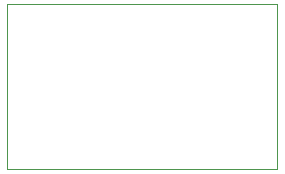
<source format=gbr>
G04 #@! TF.GenerationSoftware,KiCad,Pcbnew,(5.1.2)-1*
G04 #@! TF.CreationDate,2019-05-18T15:55:27-07:00*
G04 #@! TF.ProjectId,LM335ADT,4c4d3333-3541-4445-942e-6b696361645f,rev?*
G04 #@! TF.SameCoordinates,Original*
G04 #@! TF.FileFunction,Profile,NP*
%FSLAX46Y46*%
G04 Gerber Fmt 4.6, Leading zero omitted, Abs format (unit mm)*
G04 Created by KiCad (PCBNEW (5.1.2)-1) date 2019-05-18 15:55:27*
%MOMM*%
%LPD*%
G04 APERTURE LIST*
%ADD10C,0.100000*%
G04 APERTURE END LIST*
D10*
X256540000Y-147320000D02*
X256540000Y-161290000D01*
X233680000Y-147320000D02*
X256540000Y-147320000D01*
X233680000Y-161290000D02*
X233680000Y-147320000D01*
X256540000Y-161290000D02*
X233680000Y-161290000D01*
M02*

</source>
